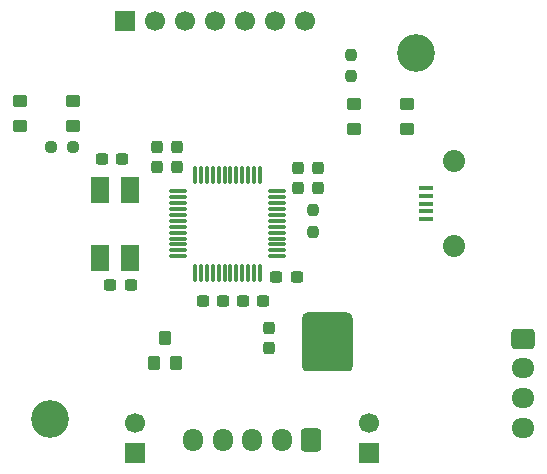
<source format=gbr>
%TF.GenerationSoftware,KiCad,Pcbnew,9.0.2*%
%TF.CreationDate,2025-07-23T20:38:51-05:00*%
%TF.ProjectId,Smart Motor,536d6172-7420-44d6-9f74-6f722e6b6963,rev?*%
%TF.SameCoordinates,Original*%
%TF.FileFunction,Soldermask,Top*%
%TF.FilePolarity,Negative*%
%FSLAX46Y46*%
G04 Gerber Fmt 4.6, Leading zero omitted, Abs format (unit mm)*
G04 Created by KiCad (PCBNEW 9.0.2) date 2025-07-23 20:38:51*
%MOMM*%
%LPD*%
G01*
G04 APERTURE LIST*
G04 Aperture macros list*
%AMRoundRect*
0 Rectangle with rounded corners*
0 $1 Rounding radius*
0 $2 $3 $4 $5 $6 $7 $8 $9 X,Y pos of 4 corners*
0 Add a 4 corners polygon primitive as box body*
4,1,4,$2,$3,$4,$5,$6,$7,$8,$9,$2,$3,0*
0 Add four circle primitives for the rounded corners*
1,1,$1+$1,$2,$3*
1,1,$1+$1,$4,$5*
1,1,$1+$1,$6,$7*
1,1,$1+$1,$8,$9*
0 Add four rect primitives between the rounded corners*
20,1,$1+$1,$2,$3,$4,$5,0*
20,1,$1+$1,$4,$5,$6,$7,0*
20,1,$1+$1,$6,$7,$8,$9,0*
20,1,$1+$1,$8,$9,$2,$3,0*%
G04 Aperture macros list end*
%ADD10R,1.300000X0.400000*%
%ADD11C,1.875000*%
%ADD12RoundRect,0.237500X-0.300000X-0.237500X0.300000X-0.237500X0.300000X0.237500X-0.300000X0.237500X0*%
%ADD13C,3.200000*%
%ADD14RoundRect,0.237500X0.300000X0.237500X-0.300000X0.237500X-0.300000X-0.237500X0.300000X-0.237500X0*%
%ADD15RoundRect,0.102000X-0.500000X-0.375000X0.500000X-0.375000X0.500000X0.375000X-0.500000X0.375000X0*%
%ADD16RoundRect,0.237500X0.250000X0.237500X-0.250000X0.237500X-0.250000X-0.237500X0.250000X-0.237500X0*%
%ADD17R,1.700000X1.700000*%
%ADD18C,1.700000*%
%ADD19RoundRect,0.102000X0.500000X0.375000X-0.500000X0.375000X-0.500000X-0.375000X0.500000X-0.375000X0*%
%ADD20RoundRect,0.237500X0.237500X-0.300000X0.237500X0.300000X-0.237500X0.300000X-0.237500X-0.300000X0*%
%ADD21RoundRect,0.075000X-0.662500X-0.075000X0.662500X-0.075000X0.662500X0.075000X-0.662500X0.075000X0*%
%ADD22RoundRect,0.075000X-0.075000X-0.662500X0.075000X-0.662500X0.075000X0.662500X-0.075000X0.662500X0*%
%ADD23RoundRect,0.237500X-0.237500X0.250000X-0.237500X-0.250000X0.237500X-0.250000X0.237500X0.250000X0*%
%ADD24RoundRect,0.250000X0.600000X0.725000X-0.600000X0.725000X-0.600000X-0.725000X0.600000X-0.725000X0*%
%ADD25O,1.700000X1.950000*%
%ADD26RoundRect,0.102000X-0.700000X-1.000000X0.700000X-1.000000X0.700000X1.000000X-0.700000X1.000000X0*%
%ADD27RoundRect,0.250000X-0.725000X0.600000X-0.725000X-0.600000X0.725000X-0.600000X0.725000X0.600000X0*%
%ADD28O,1.950000X1.700000*%
%ADD29RoundRect,0.102000X-0.400000X-0.450000X0.400000X-0.450000X0.400000X0.450000X-0.400000X0.450000X0*%
%ADD30RoundRect,0.237500X0.237500X-0.250000X0.237500X0.250000X-0.237500X0.250000X-0.237500X-0.250000X0*%
G04 APERTURE END LIST*
D10*
%TO.C,J4*%
X157320000Y-124600000D03*
X157320000Y-123950000D03*
X157320000Y-123300000D03*
X157320000Y-122650000D03*
X157320000Y-122000000D03*
D11*
X159700000Y-126910000D03*
X159700000Y-119690000D03*
%TD*%
D12*
%TO.C,C25*%
X129887500Y-119500000D03*
X131612500Y-119500000D03*
%TD*%
%TO.C,C20*%
X141800000Y-131500000D03*
X143525000Y-131500000D03*
%TD*%
D13*
%TO.C,REF\u002A\u002A*%
X125500000Y-141500000D03*
%TD*%
D14*
%TO.C,C26*%
X132300000Y-130150000D03*
X130575000Y-130150000D03*
%TD*%
%TO.C,C22*%
X140112500Y-131500000D03*
X138387500Y-131500000D03*
%TD*%
D15*
%TO.C,S2*%
X151202500Y-116975000D03*
X155702500Y-116975000D03*
X151202500Y-114825000D03*
X155702500Y-114825000D03*
%TD*%
D16*
%TO.C,R12*%
X127400000Y-118500000D03*
X125575000Y-118500000D03*
%TD*%
D17*
%TO.C,J2*%
X132700000Y-144375000D03*
D18*
X132700000Y-141835000D03*
%TD*%
D19*
%TO.C,S1*%
X127447500Y-114575000D03*
X122947500Y-114575000D03*
X127447500Y-116725000D03*
X122947500Y-116725000D03*
%TD*%
D20*
%TO.C,C19*%
X146450000Y-121962500D03*
X146450000Y-120237500D03*
%TD*%
D21*
%TO.C,U5*%
X136337500Y-122250000D03*
X136337500Y-122750000D03*
X136337500Y-123250000D03*
X136337500Y-123750000D03*
X136337500Y-124250000D03*
X136337500Y-124750000D03*
X136337500Y-125250000D03*
X136337500Y-125750000D03*
X136337500Y-126250000D03*
X136337500Y-126750000D03*
X136337500Y-127250000D03*
X136337500Y-127750000D03*
D22*
X137750000Y-129162500D03*
X138250000Y-129162500D03*
X138750000Y-129162500D03*
X139250000Y-129162500D03*
X139750000Y-129162500D03*
X140250000Y-129162500D03*
X140750000Y-129162500D03*
X141250000Y-129162500D03*
X141750000Y-129162500D03*
X142250000Y-129162500D03*
X142750000Y-129162500D03*
X143250000Y-129162500D03*
D21*
X144662500Y-127750000D03*
X144662500Y-127250000D03*
X144662500Y-126750000D03*
X144662500Y-126250000D03*
X144662500Y-125750000D03*
X144662500Y-125250000D03*
X144662500Y-124750000D03*
X144662500Y-124250000D03*
X144662500Y-123750000D03*
X144662500Y-123250000D03*
X144662500Y-122750000D03*
X144662500Y-122250000D03*
D22*
X143250000Y-120837500D03*
X142750000Y-120837500D03*
X142250000Y-120837500D03*
X141750000Y-120837500D03*
X141250000Y-120837500D03*
X140750000Y-120837500D03*
X140250000Y-120837500D03*
X139750000Y-120837500D03*
X139250000Y-120837500D03*
X138750000Y-120837500D03*
X138250000Y-120837500D03*
X137750000Y-120837500D03*
%TD*%
D14*
%TO.C,C10*%
X146362500Y-129500000D03*
X144637500Y-129500000D03*
%TD*%
D23*
%TO.C,R11*%
X151000000Y-110700000D03*
X151000000Y-112525000D03*
%TD*%
D20*
%TO.C,C23*%
X134500000Y-120225000D03*
X134500000Y-118500000D03*
%TD*%
%TO.C,C21*%
X148200000Y-121962500D03*
X148200000Y-120237500D03*
%TD*%
%TO.C,C9*%
X144000000Y-135512500D03*
X144000000Y-133787500D03*
%TD*%
D24*
%TO.C,J5*%
X147600000Y-143325000D03*
D25*
X145100000Y-143325000D03*
X142600000Y-143325000D03*
X140100000Y-143325000D03*
X137600000Y-143325000D03*
%TD*%
D17*
%TO.C,J6*%
X131840000Y-107800000D03*
D18*
X134380000Y-107800000D03*
X136920000Y-107800000D03*
X139460000Y-107800000D03*
X142000000Y-107800000D03*
X144540000Y-107800000D03*
X147080000Y-107800000D03*
%TD*%
D26*
%TO.C,Y1*%
X129730000Y-122100000D03*
X129730000Y-127900000D03*
X132270000Y-127900000D03*
X132270000Y-122100000D03*
%TD*%
D20*
%TO.C,C24*%
X136250000Y-120225000D03*
X136250000Y-118500000D03*
%TD*%
D27*
%TO.C,J1*%
X165525000Y-134750000D03*
D28*
X165525000Y-137250000D03*
X165525000Y-139750000D03*
X165525000Y-142250000D03*
%TD*%
D17*
%TO.C,J3*%
X152500000Y-144375000D03*
D18*
X152500000Y-141835000D03*
%TD*%
D29*
%TO.C,D1*%
X134250000Y-136750000D03*
X136150000Y-136750000D03*
X135200000Y-134650000D03*
%TD*%
D30*
%TO.C,R1*%
X147750000Y-125662500D03*
X147750000Y-123837500D03*
%TD*%
D13*
%TO.C,REF\u002A\u002A*%
X156500000Y-110500000D03*
%TD*%
G36*
X150608059Y-132501061D02*
G01*
X150713223Y-132514906D01*
X150744491Y-132523284D01*
X150834918Y-132560740D01*
X150862951Y-132576925D01*
X150940601Y-132636508D01*
X150963491Y-132659398D01*
X151023074Y-132737048D01*
X151039259Y-132765081D01*
X151076715Y-132855508D01*
X151085093Y-132886775D01*
X151098939Y-132991939D01*
X151100000Y-133008125D01*
X151100000Y-136991874D01*
X151098939Y-137008060D01*
X151085093Y-137113224D01*
X151076715Y-137144491D01*
X151039259Y-137234918D01*
X151023074Y-137262951D01*
X150963491Y-137340601D01*
X150940601Y-137363491D01*
X150862951Y-137423074D01*
X150834918Y-137439259D01*
X150744491Y-137476715D01*
X150713224Y-137485093D01*
X150608060Y-137498939D01*
X150591874Y-137500000D01*
X147308126Y-137500000D01*
X147291940Y-137498939D01*
X147186775Y-137485093D01*
X147155508Y-137476715D01*
X147065081Y-137439259D01*
X147037048Y-137423074D01*
X146959398Y-137363491D01*
X146936508Y-137340601D01*
X146876925Y-137262951D01*
X146860740Y-137234918D01*
X146823284Y-137144491D01*
X146814906Y-137113223D01*
X146801061Y-137008059D01*
X146800000Y-136991874D01*
X146800000Y-133008125D01*
X146801061Y-132991940D01*
X146814906Y-132886776D01*
X146823284Y-132855508D01*
X146860740Y-132765081D01*
X146876925Y-132737048D01*
X146936508Y-132659398D01*
X146959398Y-132636508D01*
X147037048Y-132576925D01*
X147065081Y-132560740D01*
X147155508Y-132523284D01*
X147186776Y-132514906D01*
X147291941Y-132501061D01*
X147308126Y-132500000D01*
X150591874Y-132500000D01*
X150608059Y-132501061D01*
G37*
M02*

</source>
